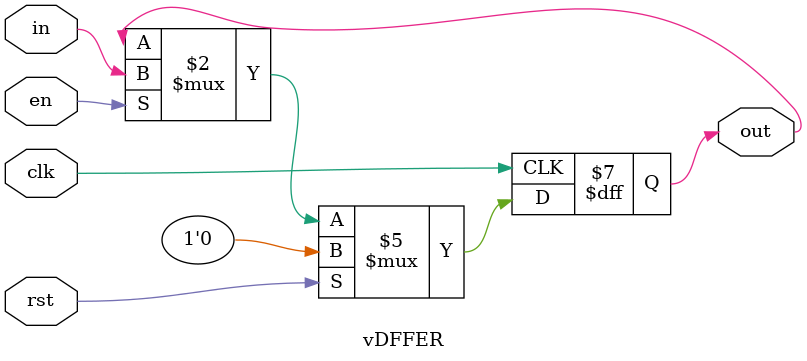
<source format=sv>
/* 
 * Edge Sensitive D Flip-Flop with Synchronous Enable and Synchronous Reset
 * Copies input to output on rising edge of clock
 *
 * Note: If want to use FF without synchronous enable, set: en = 1
 */
module vDFFER(clk, en, rst, in, out);
    parameter n = 1; // width
    input clk, en, rst;
    input [n-1:0] in;
    output [n-1:0] out;
    reg [n-1:0] out;

    always_ff @(posedge clk) begin
        if (rst) begin
            out <= 0;
        end 
        else if (en) begin
            out <= in;
        end
    end
endmodule
</source>
